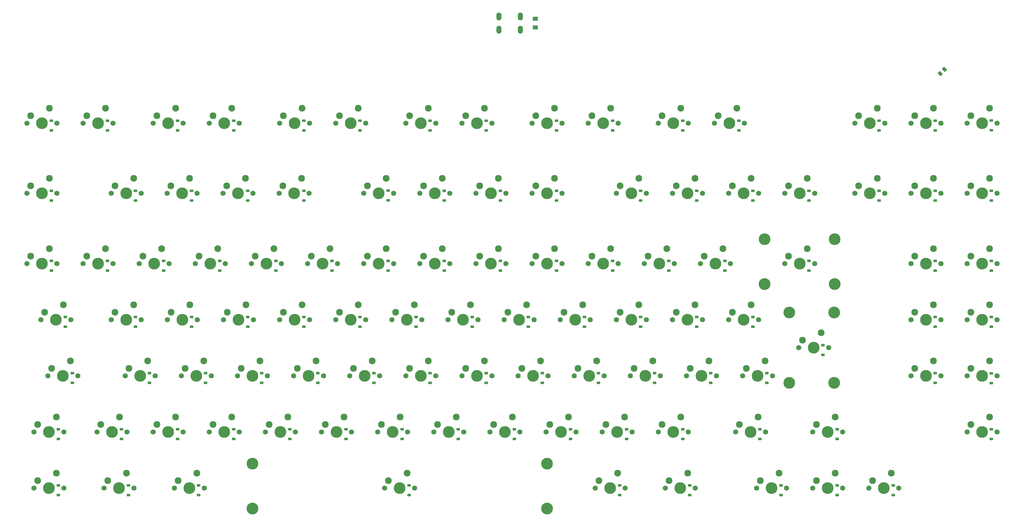
<source format=gbr>
%TF.GenerationSoftware,KiCad,Pcbnew,7.0.8*%
%TF.CreationDate,2023-10-19T20:38:54-05:00*%
%TF.ProjectId,VesselV2,56657373-656c-4563-922e-6b696361645f,rev?*%
%TF.SameCoordinates,Original*%
%TF.FileFunction,Soldermask,Bot*%
%TF.FilePolarity,Negative*%
%FSLAX46Y46*%
G04 Gerber Fmt 4.6, Leading zero omitted, Abs format (unit mm)*
G04 Created by KiCad (PCBNEW 7.0.8) date 2023-10-19 20:38:54*
%MOMM*%
%LPD*%
G01*
G04 APERTURE LIST*
G04 Aperture macros list*
%AMRoundRect*
0 Rectangle with rounded corners*
0 $1 Rounding radius*
0 $2 $3 $4 $5 $6 $7 $8 $9 X,Y pos of 4 corners*
0 Add a 4 corners polygon primitive as box body*
4,1,4,$2,$3,$4,$5,$6,$7,$8,$9,$2,$3,0*
0 Add four circle primitives for the rounded corners*
1,1,$1+$1,$2,$3*
1,1,$1+$1,$4,$5*
1,1,$1+$1,$6,$7*
1,1,$1+$1,$8,$9*
0 Add four rect primitives between the rounded corners*
20,1,$1+$1,$2,$3,$4,$5,0*
20,1,$1+$1,$4,$5,$6,$7,0*
20,1,$1+$1,$6,$7,$8,$9,0*
20,1,$1+$1,$8,$9,$2,$3,0*%
G04 Aperture macros list end*
%ADD10C,1.750000*%
%ADD11C,3.987800*%
%ADD12C,2.300000*%
%ADD13O,1.700000X2.700000*%
%ADD14C,4.000000*%
%ADD15RoundRect,0.225000X0.375000X-0.225000X0.375000X0.225000X-0.375000X0.225000X-0.375000X-0.225000X0*%
%ADD16RoundRect,0.250001X0.624999X-0.462499X0.624999X0.462499X-0.624999X0.462499X-0.624999X-0.462499X0*%
%ADD17RoundRect,0.250000X-0.097227X0.574524X-0.574524X0.097227X0.097227X-0.574524X0.574524X-0.097227X0*%
G04 APERTURE END LIST*
D10*
%TO.C,MX89*%
X294957500Y-190500000D03*
D11*
X300037500Y-190500000D03*
D10*
X305117500Y-190500000D03*
D12*
X296227500Y-187960000D03*
X302577500Y-185420000D03*
%TD*%
D10*
%TO.C,MX84*%
X199707500Y-190500000D03*
D11*
X204787500Y-190500000D03*
D10*
X209867500Y-190500000D03*
D12*
X200977500Y-187960000D03*
X207327500Y-185420000D03*
%TD*%
D10*
%TO.C,MX15*%
X418782500Y-85725000D03*
D11*
X423862500Y-85725000D03*
D10*
X428942500Y-85725000D03*
D12*
X420052500Y-83185000D03*
X426402500Y-80645000D03*
%TD*%
D10*
%TO.C,MX7*%
X228282500Y-85725000D03*
D11*
X233362500Y-85725000D03*
D10*
X238442500Y-85725000D03*
D12*
X229552500Y-83185000D03*
X235902500Y-80645000D03*
%TD*%
D13*
%TO.C,USB1*%
X267175000Y-49475000D03*
X259875000Y-49475000D03*
X267175000Y-53975000D03*
X259875000Y-53975000D03*
%TD*%
D10*
%TO.C,MX71*%
X247332500Y-171450000D03*
D11*
X252412500Y-171450000D03*
D10*
X257492500Y-171450000D03*
D12*
X248602500Y-168910000D03*
X254952500Y-166370000D03*
%TD*%
D10*
%TO.C,MX88*%
X275907500Y-190500000D03*
D11*
X280987500Y-190500000D03*
D10*
X286067500Y-190500000D03*
D12*
X277177500Y-187960000D03*
X283527500Y-185420000D03*
%TD*%
D14*
%TO.C,S2*%
X373697500Y-150018750D03*
D11*
X358457500Y-150018750D03*
D14*
X373697500Y-173831250D03*
D11*
X358457500Y-173831250D03*
%TD*%
D10*
%TO.C,MX61*%
X361632500Y-161925000D03*
D11*
X366712500Y-161925000D03*
D10*
X371792500Y-161925000D03*
D12*
X362902500Y-159385000D03*
X369252500Y-156845000D03*
%TD*%
D10*
%TO.C,MX31*%
X418782500Y-109537500D03*
D11*
X423862500Y-109537500D03*
D10*
X428942500Y-109537500D03*
D12*
X420052500Y-106997500D03*
X426402500Y-104457500D03*
%TD*%
D10*
%TO.C,MX58*%
X299720000Y-152400000D03*
D11*
X304800000Y-152400000D03*
D10*
X309880000Y-152400000D03*
D12*
X300990000Y-149860000D03*
X307340000Y-147320000D03*
%TD*%
D10*
%TO.C,MX62*%
X399732500Y-152400000D03*
D11*
X404812500Y-152400000D03*
D10*
X409892500Y-152400000D03*
D12*
X401002500Y-149860000D03*
X407352500Y-147320000D03*
%TD*%
D10*
%TO.C,MX92*%
X366395000Y-190500000D03*
D11*
X371475000Y-190500000D03*
D10*
X376555000Y-190500000D03*
D12*
X367665000Y-187960000D03*
X374015000Y-185420000D03*
%TD*%
D10*
%TO.C,MX73*%
X285432500Y-171450000D03*
D11*
X290512500Y-171450000D03*
D10*
X295592500Y-171450000D03*
D12*
X286702500Y-168910000D03*
X293052500Y-166370000D03*
%TD*%
D10*
%TO.C,MX67*%
X171132500Y-171450000D03*
D11*
X176212500Y-171450000D03*
D10*
X181292500Y-171450000D03*
D12*
X172402500Y-168910000D03*
X178752500Y-166370000D03*
%TD*%
D10*
%TO.C,MX66*%
X152082500Y-171450000D03*
D11*
X157162500Y-171450000D03*
D10*
X162242500Y-171450000D03*
D12*
X153352500Y-168910000D03*
X159702500Y-166370000D03*
%TD*%
D10*
%TO.C,MX6*%
X204470000Y-85725000D03*
D11*
X209550000Y-85725000D03*
D10*
X214630000Y-85725000D03*
D12*
X205740000Y-83185000D03*
X212090000Y-80645000D03*
%TD*%
D10*
%TO.C,MX26*%
X318770000Y-109537500D03*
D11*
X323850000Y-109537500D03*
D10*
X328930000Y-109537500D03*
D12*
X320040000Y-106997500D03*
X326390000Y-104457500D03*
%TD*%
D10*
%TO.C,MX17*%
X128270000Y-109537500D03*
D11*
X133350000Y-109537500D03*
D10*
X138430000Y-109537500D03*
D12*
X129540000Y-106997500D03*
X135890000Y-104457500D03*
%TD*%
D10*
%TO.C,MX42*%
X290195000Y-133350000D03*
D11*
X295275000Y-133350000D03*
D10*
X300355000Y-133350000D03*
D12*
X291465000Y-130810000D03*
X297815000Y-128270000D03*
%TD*%
D10*
%TO.C,MX77*%
X399732500Y-171450000D03*
D11*
X404812500Y-171450000D03*
D10*
X409892500Y-171450000D03*
D12*
X401002500Y-168910000D03*
X407352500Y-166370000D03*
%TD*%
D10*
%TO.C,MX10*%
X290195000Y-85725000D03*
D11*
X295275000Y-85725000D03*
D10*
X300355000Y-85725000D03*
D12*
X291465000Y-83185000D03*
X297815000Y-80645000D03*
%TD*%
D10*
%TO.C,MX95*%
X125888800Y-209550000D03*
D11*
X130968800Y-209550000D03*
D10*
X136048800Y-209550000D03*
D12*
X127158800Y-207010000D03*
X133508800Y-204470000D03*
%TD*%
D10*
%TO.C,MX75*%
X323532500Y-171450000D03*
D11*
X328612500Y-171450000D03*
D10*
X333692500Y-171450000D03*
D12*
X324802500Y-168910000D03*
X331152500Y-166370000D03*
%TD*%
D10*
%TO.C,MX101*%
X366395000Y-209550000D03*
D11*
X371475000Y-209550000D03*
D10*
X376555000Y-209550000D03*
D12*
X367665000Y-207010000D03*
X374015000Y-204470000D03*
%TD*%
D10*
%TO.C,MX20*%
X185270000Y-109537500D03*
D11*
X190350000Y-109537500D03*
D10*
X195430000Y-109537500D03*
D12*
X186540000Y-106997500D03*
X192890000Y-104457500D03*
%TD*%
D10*
%TO.C,MX87*%
X256857500Y-190500000D03*
D11*
X261937500Y-190500000D03*
D10*
X267017500Y-190500000D03*
D12*
X258127500Y-187960000D03*
X264477500Y-185420000D03*
%TD*%
D10*
%TO.C,MX24*%
X271145000Y-109537500D03*
D11*
X276225000Y-109537500D03*
D10*
X281305000Y-109537500D03*
D12*
X272415000Y-106997500D03*
X278765000Y-104457500D03*
%TD*%
D10*
%TO.C,MX94*%
X102076300Y-209550000D03*
D11*
X107156300Y-209550000D03*
D10*
X112236300Y-209550000D03*
D12*
X103346300Y-207010000D03*
X109696300Y-204470000D03*
%TD*%
D10*
%TO.C,MX51*%
X166370000Y-152400000D03*
D11*
X171450000Y-152400000D03*
D10*
X176530000Y-152400000D03*
D12*
X167640000Y-149860000D03*
X173990000Y-147320000D03*
%TD*%
D10*
%TO.C,MX80*%
X123507500Y-190500000D03*
D11*
X128587500Y-190500000D03*
D10*
X133667500Y-190500000D03*
D12*
X124777500Y-187960000D03*
X131127500Y-185420000D03*
%TD*%
D10*
%TO.C,MX39*%
X233045000Y-133350000D03*
D11*
X238125000Y-133350000D03*
D10*
X243205000Y-133350000D03*
D12*
X234315000Y-130810000D03*
X240665000Y-128270000D03*
%TD*%
D10*
%TO.C,MX100*%
X347345000Y-209550000D03*
D11*
X352425000Y-209550000D03*
D10*
X357505000Y-209550000D03*
D12*
X348615000Y-207010000D03*
X354965000Y-204470000D03*
%TD*%
D10*
%TO.C,MX49*%
X128270000Y-152400000D03*
D11*
X133350000Y-152400000D03*
D10*
X138430000Y-152400000D03*
D12*
X129540000Y-149860000D03*
X135890000Y-147320000D03*
%TD*%
D10*
%TO.C,MX34*%
X137795000Y-133350000D03*
D11*
X142875000Y-133350000D03*
D10*
X147955000Y-133350000D03*
D12*
X139065000Y-130810000D03*
X145415000Y-128270000D03*
%TD*%
D10*
%TO.C,MX102*%
X385445000Y-209550000D03*
D11*
X390525000Y-209550000D03*
D10*
X395605000Y-209550000D03*
D12*
X386715000Y-207010000D03*
X393065000Y-204470000D03*
%TD*%
D10*
%TO.C,MX65*%
X133032500Y-171450000D03*
D11*
X138112500Y-171450000D03*
D10*
X143192500Y-171450000D03*
D12*
X134302500Y-168910000D03*
X140652500Y-166370000D03*
%TD*%
D10*
%TO.C,MX18*%
X147270000Y-109537500D03*
D11*
X152350000Y-109537500D03*
D10*
X157430000Y-109537500D03*
D12*
X148540000Y-106997500D03*
X154890000Y-104457500D03*
%TD*%
D10*
%TO.C,MX16*%
X99695000Y-109537500D03*
D11*
X104775000Y-109537500D03*
D10*
X109855000Y-109537500D03*
D12*
X100965000Y-106997500D03*
X107315000Y-104457500D03*
%TD*%
D10*
%TO.C,MX74*%
X304482500Y-171450000D03*
D11*
X309562500Y-171450000D03*
D10*
X314642500Y-171450000D03*
D12*
X305752500Y-168910000D03*
X312102500Y-166370000D03*
%TD*%
D10*
%TO.C,MX91*%
X340201300Y-190500000D03*
D11*
X345281300Y-190500000D03*
D10*
X350361300Y-190500000D03*
D12*
X341471300Y-187960000D03*
X347821300Y-185420000D03*
%TD*%
D10*
%TO.C,MX46*%
X399732500Y-133350000D03*
D11*
X404812500Y-133350000D03*
D10*
X409892500Y-133350000D03*
D12*
X401002500Y-130810000D03*
X407352500Y-128270000D03*
%TD*%
D10*
%TO.C,MX21*%
X213995000Y-109537500D03*
D11*
X219075000Y-109537500D03*
D10*
X224155000Y-109537500D03*
D12*
X215265000Y-106997500D03*
X221615000Y-104457500D03*
%TD*%
D10*
%TO.C,MX11*%
X314007500Y-85725000D03*
D11*
X319087500Y-85725000D03*
D10*
X324167500Y-85725000D03*
D12*
X315277500Y-83185000D03*
X321627500Y-80645000D03*
%TD*%
D10*
%TO.C,MX72*%
X266382500Y-171450000D03*
D11*
X271462500Y-171450000D03*
D10*
X276542500Y-171450000D03*
D12*
X267652500Y-168910000D03*
X274002500Y-166370000D03*
%TD*%
D10*
%TO.C,MX19*%
X166270000Y-109537500D03*
D11*
X171350000Y-109537500D03*
D10*
X176430000Y-109537500D03*
D12*
X167540000Y-106997500D03*
X173890000Y-104457500D03*
%TD*%
D10*
%TO.C,MX25*%
X299720000Y-109537500D03*
D11*
X304800000Y-109537500D03*
D10*
X309880000Y-109537500D03*
D12*
X300990000Y-106997500D03*
X307340000Y-104457500D03*
%TD*%
D10*
%TO.C,MX64*%
X106838800Y-171450000D03*
D11*
X111918800Y-171450000D03*
D10*
X116998800Y-171450000D03*
D12*
X108108800Y-168910000D03*
X114458800Y-166370000D03*
%TD*%
D10*
%TO.C,MX44*%
X328295000Y-133350000D03*
D11*
X333375000Y-133350000D03*
D10*
X338455000Y-133350000D03*
D12*
X329565000Y-130810000D03*
X335915000Y-128270000D03*
%TD*%
D10*
%TO.C,MX35*%
X156845000Y-133350000D03*
D11*
X161925000Y-133350000D03*
D10*
X167005000Y-133350000D03*
D12*
X158115000Y-130810000D03*
X164465000Y-128270000D03*
%TD*%
D10*
%TO.C,MX5*%
X185420000Y-85725000D03*
D11*
X190500000Y-85725000D03*
D10*
X195580000Y-85725000D03*
D12*
X186690000Y-83185000D03*
X193040000Y-80645000D03*
%TD*%
D10*
%TO.C,MX48*%
X104457500Y-152400000D03*
D11*
X109537500Y-152400000D03*
D10*
X114617500Y-152400000D03*
D12*
X105727500Y-149860000D03*
X112077500Y-147320000D03*
%TD*%
D14*
%TO.C,S1*%
X373856250Y-140335000D03*
D11*
X373856250Y-125095000D03*
D14*
X350043750Y-140335000D03*
D11*
X350043750Y-125095000D03*
%TD*%
D10*
%TO.C,MX45*%
X356870000Y-133350000D03*
D11*
X361950000Y-133350000D03*
D10*
X367030000Y-133350000D03*
D12*
X358140000Y-130810000D03*
X364490000Y-128270000D03*
%TD*%
D10*
%TO.C,MX43*%
X309245000Y-133350000D03*
D11*
X314325000Y-133350000D03*
D10*
X319405000Y-133350000D03*
D12*
X310515000Y-130810000D03*
X316865000Y-128270000D03*
%TD*%
D10*
%TO.C,MX41*%
X271145000Y-133350000D03*
D11*
X276225000Y-133350000D03*
D10*
X281305000Y-133350000D03*
D12*
X272415000Y-130810000D03*
X278765000Y-128270000D03*
%TD*%
D10*
%TO.C,MX85*%
X218757500Y-190500000D03*
D11*
X223837500Y-190500000D03*
D10*
X228917500Y-190500000D03*
D12*
X220027500Y-187960000D03*
X226377500Y-185420000D03*
%TD*%
D10*
%TO.C,MX82*%
X161607500Y-190500000D03*
D11*
X166687500Y-190500000D03*
D10*
X171767500Y-190500000D03*
D12*
X162877500Y-187960000D03*
X169227500Y-185420000D03*
%TD*%
D10*
%TO.C,MX78*%
X418782500Y-171450000D03*
D11*
X423862500Y-171450000D03*
D10*
X428942500Y-171450000D03*
D12*
X420052500Y-168910000D03*
X426402500Y-166370000D03*
%TD*%
D10*
%TO.C,MX97*%
X221138800Y-209550000D03*
D11*
X226218800Y-209550000D03*
D10*
X231298800Y-209550000D03*
D12*
X222408800Y-207010000D03*
X228758800Y-204470000D03*
%TD*%
D10*
%TO.C,MX32*%
X99695000Y-133350000D03*
D11*
X104775000Y-133350000D03*
D10*
X109855000Y-133350000D03*
D12*
X100965000Y-130810000D03*
X107315000Y-128270000D03*
%TD*%
D10*
%TO.C,MX81*%
X142557500Y-190500000D03*
D11*
X147637500Y-190500000D03*
D10*
X152717500Y-190500000D03*
D12*
X143827500Y-187960000D03*
X150177500Y-185420000D03*
%TD*%
D10*
%TO.C,MX4*%
X161607500Y-85725000D03*
D11*
X166687500Y-85725000D03*
D10*
X171767500Y-85725000D03*
D12*
X162877500Y-83185000D03*
X169227500Y-80645000D03*
%TD*%
D10*
%TO.C,MX27*%
X337820000Y-109537500D03*
D11*
X342900000Y-109537500D03*
D10*
X347980000Y-109537500D03*
D12*
X339090000Y-106997500D03*
X345440000Y-104457500D03*
%TD*%
D10*
%TO.C,MX53*%
X204470000Y-152400000D03*
D11*
X209550000Y-152400000D03*
D10*
X214630000Y-152400000D03*
D12*
X205740000Y-149860000D03*
X212090000Y-147320000D03*
%TD*%
D10*
%TO.C,MX3*%
X142557500Y-85725000D03*
D11*
X147637500Y-85725000D03*
D10*
X152717500Y-85725000D03*
D12*
X143827500Y-83185000D03*
X150177500Y-80645000D03*
%TD*%
D10*
%TO.C,MX12*%
X333057500Y-85725000D03*
D11*
X338137500Y-85725000D03*
D10*
X343217500Y-85725000D03*
D12*
X334327500Y-83185000D03*
X340677500Y-80645000D03*
%TD*%
D10*
%TO.C,MX52*%
X185420000Y-152400000D03*
D11*
X190500000Y-152400000D03*
D10*
X195580000Y-152400000D03*
D12*
X186690000Y-149860000D03*
X193040000Y-147320000D03*
%TD*%
D10*
%TO.C,MX98*%
X292576300Y-209550000D03*
D11*
X297656300Y-209550000D03*
D10*
X302736300Y-209550000D03*
D12*
X293846300Y-207010000D03*
X300196300Y-204470000D03*
%TD*%
D10*
%TO.C,MX83*%
X180657500Y-190500000D03*
D11*
X185737500Y-190500000D03*
D10*
X190817500Y-190500000D03*
D12*
X181927500Y-187960000D03*
X188277500Y-185420000D03*
%TD*%
D10*
%TO.C,MX47*%
X418782500Y-133350000D03*
D11*
X423862500Y-133350000D03*
D10*
X428942500Y-133350000D03*
D12*
X420052500Y-130810000D03*
X426402500Y-128270000D03*
%TD*%
D10*
%TO.C,MX38*%
X213995000Y-133350000D03*
D11*
X219075000Y-133350000D03*
D10*
X224155000Y-133350000D03*
D12*
X215265000Y-130810000D03*
X221615000Y-128270000D03*
%TD*%
D10*
%TO.C,MX37*%
X194945000Y-133350000D03*
D11*
X200025000Y-133350000D03*
D10*
X205105000Y-133350000D03*
D12*
X196215000Y-130810000D03*
X202565000Y-128270000D03*
%TD*%
D10*
%TO.C,MX22*%
X233045000Y-109537500D03*
D11*
X238125000Y-109537500D03*
D10*
X243205000Y-109537500D03*
D12*
X234315000Y-106997500D03*
X240665000Y-104457500D03*
%TD*%
D10*
%TO.C,MX14*%
X399732500Y-85725000D03*
D11*
X404812500Y-85725000D03*
D10*
X409892500Y-85725000D03*
D12*
X401002500Y-83185000D03*
X407352500Y-80645000D03*
%TD*%
D10*
%TO.C,MX1*%
X99695000Y-85725000D03*
D11*
X104775000Y-85725000D03*
D10*
X109855000Y-85725000D03*
D12*
X100965000Y-83185000D03*
X107315000Y-80645000D03*
%TD*%
D10*
%TO.C,MX13*%
X380682500Y-85725000D03*
D11*
X385762500Y-85725000D03*
D10*
X390842500Y-85725000D03*
D12*
X381952500Y-83185000D03*
X388302500Y-80645000D03*
%TD*%
D10*
%TO.C,MX55*%
X242570000Y-152400000D03*
D11*
X247650000Y-152400000D03*
D10*
X252730000Y-152400000D03*
D12*
X243840000Y-149860000D03*
X250190000Y-147320000D03*
%TD*%
D10*
%TO.C,MX63*%
X418782500Y-152400000D03*
D11*
X423862500Y-152400000D03*
D10*
X428942500Y-152400000D03*
D12*
X420052500Y-149860000D03*
X426402500Y-147320000D03*
%TD*%
D10*
%TO.C,MX93*%
X418782500Y-190500000D03*
D11*
X423862500Y-190500000D03*
D10*
X428942500Y-190500000D03*
D12*
X420052500Y-187960000D03*
X426402500Y-185420000D03*
%TD*%
D10*
%TO.C,MX9*%
X271145000Y-85725000D03*
D11*
X276225000Y-85725000D03*
D10*
X281305000Y-85725000D03*
D12*
X272415000Y-83185000D03*
X278765000Y-80645000D03*
%TD*%
D10*
%TO.C,MX33*%
X118745000Y-133350000D03*
D11*
X123825000Y-133350000D03*
D10*
X128905000Y-133350000D03*
D12*
X120015000Y-130810000D03*
X126365000Y-128270000D03*
%TD*%
D10*
%TO.C,MX57*%
X280670000Y-152400000D03*
D11*
X285750000Y-152400000D03*
D10*
X290830000Y-152400000D03*
D12*
X281940000Y-149860000D03*
X288290000Y-147320000D03*
%TD*%
D10*
%TO.C,MX2*%
X118745000Y-85725000D03*
D11*
X123825000Y-85725000D03*
D10*
X128905000Y-85725000D03*
D12*
X120015000Y-83185000D03*
X126365000Y-80645000D03*
%TD*%
D10*
%TO.C,MX28*%
X356870000Y-109537500D03*
D11*
X361950000Y-109537500D03*
D10*
X367030000Y-109537500D03*
D12*
X358140000Y-106997500D03*
X364490000Y-104457500D03*
%TD*%
D10*
%TO.C,MX70*%
X228282500Y-171450000D03*
D11*
X233362500Y-171450000D03*
D10*
X238442500Y-171450000D03*
D12*
X229552500Y-168910000D03*
X235902500Y-166370000D03*
%TD*%
D10*
%TO.C,MX40*%
X252095000Y-133350000D03*
D11*
X257175000Y-133350000D03*
D10*
X262255000Y-133350000D03*
D12*
X253365000Y-130810000D03*
X259715000Y-128270000D03*
%TD*%
D10*
%TO.C,MX23*%
X252095000Y-109537500D03*
D11*
X257175000Y-109537500D03*
D10*
X262255000Y-109537500D03*
D12*
X253365000Y-106997500D03*
X259715000Y-104457500D03*
%TD*%
D10*
%TO.C,MX56*%
X261620000Y-152400000D03*
D11*
X266700000Y-152400000D03*
D10*
X271780000Y-152400000D03*
D12*
X262890000Y-149860000D03*
X269240000Y-147320000D03*
%TD*%
D10*
%TO.C,MX30*%
X399732500Y-109537500D03*
D11*
X404812500Y-109537500D03*
D10*
X409892500Y-109537500D03*
D12*
X401002500Y-106997500D03*
X407352500Y-104457500D03*
%TD*%
D10*
%TO.C,MX69*%
X209232500Y-171450000D03*
D11*
X214312500Y-171450000D03*
D10*
X219392500Y-171450000D03*
D12*
X210502500Y-168910000D03*
X216852500Y-166370000D03*
%TD*%
D10*
%TO.C,MX50*%
X147320000Y-152400000D03*
D11*
X152400000Y-152400000D03*
D10*
X157480000Y-152400000D03*
D12*
X148590000Y-149860000D03*
X154940000Y-147320000D03*
%TD*%
D10*
%TO.C,MX59*%
X318770000Y-152400000D03*
D11*
X323850000Y-152400000D03*
D10*
X328930000Y-152400000D03*
D12*
X320040000Y-149860000D03*
X326390000Y-147320000D03*
%TD*%
D10*
%TO.C,MX96*%
X149701300Y-209550000D03*
D11*
X154781300Y-209550000D03*
D10*
X159861300Y-209550000D03*
D12*
X150971300Y-207010000D03*
X157321300Y-204470000D03*
%TD*%
D10*
%TO.C,MX76*%
X342582500Y-171450000D03*
D11*
X347662500Y-171450000D03*
D10*
X352742500Y-171450000D03*
D12*
X343852500Y-168910000D03*
X350202500Y-166370000D03*
%TD*%
D14*
%TO.C,S3*%
X276225050Y-216535000D03*
D11*
X276225050Y-201295000D03*
D14*
X176212550Y-216535000D03*
D11*
X176212550Y-201295000D03*
%TD*%
D10*
%TO.C,MX36*%
X175895000Y-133350000D03*
D11*
X180975000Y-133350000D03*
D10*
X186055000Y-133350000D03*
D12*
X177165000Y-130810000D03*
X183515000Y-128270000D03*
%TD*%
D10*
%TO.C,MX60*%
X337820000Y-152400000D03*
D11*
X342900000Y-152400000D03*
D10*
X347980000Y-152400000D03*
D12*
X339090000Y-149860000D03*
X345440000Y-147320000D03*
%TD*%
D10*
%TO.C,MX86*%
X237807500Y-190500000D03*
D11*
X242887500Y-190500000D03*
D10*
X247967500Y-190500000D03*
D12*
X239077500Y-187960000D03*
X245427500Y-185420000D03*
%TD*%
D10*
%TO.C,MX99*%
X316388800Y-209550000D03*
D11*
X321468800Y-209550000D03*
D10*
X326548800Y-209550000D03*
D12*
X317658800Y-207010000D03*
X324008800Y-204470000D03*
%TD*%
D10*
%TO.C,MX54*%
X223520000Y-152400000D03*
D11*
X228600000Y-152400000D03*
D10*
X233680000Y-152400000D03*
D12*
X224790000Y-149860000D03*
X231140000Y-147320000D03*
%TD*%
D10*
%TO.C,MX8*%
X247332500Y-85725000D03*
D11*
X252412500Y-85725000D03*
D10*
X257492500Y-85725000D03*
D12*
X248602500Y-83185000D03*
X254952500Y-80645000D03*
%TD*%
D10*
%TO.C,MX29*%
X380682500Y-109537500D03*
D11*
X385762500Y-109537500D03*
D10*
X390842500Y-109537500D03*
D12*
X381952500Y-106997500D03*
X388302500Y-104457500D03*
%TD*%
D10*
%TO.C,MX79*%
X102076300Y-190500000D03*
D11*
X107156300Y-190500000D03*
D10*
X112236300Y-190500000D03*
D12*
X103346300Y-187960000D03*
X109696300Y-185420000D03*
%TD*%
D10*
%TO.C,MX90*%
X314007500Y-190500000D03*
D11*
X319087500Y-190500000D03*
D10*
X324167500Y-190500000D03*
D12*
X315277500Y-187960000D03*
X321627500Y-185420000D03*
%TD*%
D10*
%TO.C,MX68*%
X190182500Y-171450000D03*
D11*
X195262500Y-171450000D03*
D10*
X200342500Y-171450000D03*
D12*
X191452500Y-168910000D03*
X197802500Y-166370000D03*
%TD*%
D15*
%TO.C,D43*%
X317500000Y-135793700D03*
X317500000Y-132493700D03*
%TD*%
%TO.C,D32*%
X107950000Y-135793700D03*
X107950000Y-132493700D03*
%TD*%
%TO.C,D65*%
X141287500Y-173831200D03*
X141287500Y-170531200D03*
%TD*%
%TO.C,D51*%
X174625000Y-154843700D03*
X174625000Y-151543700D03*
%TD*%
%TO.C,D98*%
X300831300Y-211993700D03*
X300831300Y-208693700D03*
%TD*%
%TO.C,D96*%
X157956300Y-211993700D03*
X157956300Y-208693700D03*
%TD*%
%TO.C,D3*%
X150812500Y-88168700D03*
X150812500Y-84868700D03*
%TD*%
%TO.C,D80*%
X131762500Y-192943700D03*
X131762500Y-189643700D03*
%TD*%
%TO.C,D55*%
X250825000Y-154843700D03*
X250825000Y-151543700D03*
%TD*%
%TO.C,D10*%
X298450000Y-88168700D03*
X298450000Y-84868700D03*
%TD*%
%TO.C,D13*%
X388937500Y-88168700D03*
X388937500Y-84868700D03*
%TD*%
%TO.C,D18*%
X155575000Y-111981200D03*
X155575000Y-108681200D03*
%TD*%
%TO.C,D50*%
X155575000Y-154843700D03*
X155575000Y-151543700D03*
%TD*%
%TO.C,D85*%
X227012500Y-192943700D03*
X227012500Y-189643700D03*
%TD*%
%TO.C,D54*%
X231775000Y-154843700D03*
X231775000Y-151543700D03*
%TD*%
%TO.C,D45*%
X365125000Y-135793700D03*
X365125000Y-132493700D03*
%TD*%
%TO.C,D40*%
X260350000Y-135793700D03*
X260350000Y-132493700D03*
%TD*%
%TO.C,D83*%
X188912500Y-192943700D03*
X188912500Y-189643700D03*
%TD*%
%TO.C,D6*%
X212725000Y-88168700D03*
X212725000Y-84868700D03*
%TD*%
%TO.C,D35*%
X165100000Y-135793700D03*
X165100000Y-132493700D03*
%TD*%
%TO.C,D64*%
X115093800Y-173893700D03*
X115093800Y-170593700D03*
%TD*%
%TO.C,D1*%
X107950000Y-88168700D03*
X107950000Y-84868700D03*
%TD*%
%TO.C,D21*%
X222250000Y-111918700D03*
X222250000Y-108618700D03*
%TD*%
%TO.C,D101*%
X374650000Y-211993700D03*
X374650000Y-208693700D03*
%TD*%
%TO.C,D28*%
X365125000Y-111981200D03*
X365125000Y-108681200D03*
%TD*%
%TO.C,D76*%
X350837500Y-173893700D03*
X350837500Y-170593700D03*
%TD*%
%TO.C,D39*%
X241300000Y-135793700D03*
X241300000Y-132493700D03*
%TD*%
%TO.C,D19*%
X174625000Y-111981200D03*
X174625000Y-108681200D03*
%TD*%
%TO.C,D20*%
X193675000Y-111981200D03*
X193675000Y-108681200D03*
%TD*%
%TO.C,D78*%
X427037500Y-173956200D03*
X427037500Y-170656200D03*
%TD*%
%TO.C,D89*%
X303212500Y-192943700D03*
X303212500Y-189643700D03*
%TD*%
%TO.C,D72*%
X274637500Y-173893700D03*
X274637500Y-170593700D03*
%TD*%
D16*
%TO.C,F1*%
X272256300Y-53243700D03*
X272256300Y-50268700D03*
%TD*%
D15*
%TO.C,D26*%
X327025000Y-111981200D03*
X327025000Y-108681200D03*
%TD*%
%TO.C,D53*%
X212725000Y-154781200D03*
X212725000Y-151481200D03*
%TD*%
%TO.C,D70*%
X236537500Y-173831200D03*
X236537500Y-170531200D03*
%TD*%
%TO.C,D47*%
X427037500Y-135793700D03*
X427037500Y-132493700D03*
%TD*%
%TO.C,D63*%
X427037500Y-154843700D03*
X427037500Y-151543700D03*
%TD*%
%TO.C,D49*%
X136525000Y-154843700D03*
X136525000Y-151543700D03*
%TD*%
%TO.C,D2*%
X127000000Y-88168700D03*
X127000000Y-84868700D03*
%TD*%
%TO.C,D15*%
X427037500Y-88106200D03*
X427037500Y-84806200D03*
%TD*%
%TO.C,D36*%
X184150000Y-135793700D03*
X184150000Y-132493700D03*
%TD*%
D17*
%TO.C,C2*%
X411100723Y-67406977D03*
X409633477Y-68874223D03*
%TD*%
D15*
%TO.C,D38*%
X222250000Y-135793700D03*
X222250000Y-132493700D03*
%TD*%
%TO.C,D71*%
X255587500Y-173893700D03*
X255587500Y-170593700D03*
%TD*%
%TO.C,D46*%
X407987500Y-135793700D03*
X407987500Y-132493700D03*
%TD*%
%TO.C,D31*%
X427037500Y-111981200D03*
X427037500Y-108681200D03*
%TD*%
%TO.C,D86*%
X246062500Y-192943700D03*
X246062500Y-189643700D03*
%TD*%
%TO.C,D37*%
X203200000Y-135793700D03*
X203200000Y-132493700D03*
%TD*%
%TO.C,D34*%
X146050000Y-135793700D03*
X146050000Y-132493700D03*
%TD*%
%TO.C,D52*%
X193675000Y-154843700D03*
X193675000Y-151543700D03*
%TD*%
%TO.C,D24*%
X279400000Y-111981200D03*
X279400000Y-108681200D03*
%TD*%
%TO.C,D57*%
X288925000Y-154843700D03*
X288925000Y-151543700D03*
%TD*%
%TO.C,D100*%
X355600000Y-211993700D03*
X355600000Y-208693700D03*
%TD*%
%TO.C,D4*%
X169862500Y-88168700D03*
X169862500Y-84868700D03*
%TD*%
%TO.C,D77*%
X407987500Y-173893700D03*
X407987500Y-170593700D03*
%TD*%
%TO.C,D41*%
X279400000Y-135793700D03*
X279400000Y-132493700D03*
%TD*%
%TO.C,D61*%
X369887500Y-164368700D03*
X369887500Y-161068700D03*
%TD*%
%TO.C,D69*%
X217487500Y-173893700D03*
X217487500Y-170593700D03*
%TD*%
%TO.C,D102*%
X393700000Y-211993700D03*
X393700000Y-208693700D03*
%TD*%
%TO.C,D68*%
X198437500Y-173893700D03*
X198437500Y-170593700D03*
%TD*%
%TO.C,D99*%
X324643800Y-211993700D03*
X324643800Y-208693700D03*
%TD*%
%TO.C,D66*%
X160337500Y-173893700D03*
X160337500Y-170593700D03*
%TD*%
%TO.C,D27*%
X346075000Y-111981200D03*
X346075000Y-108681200D03*
%TD*%
%TO.C,D75*%
X331787500Y-173893700D03*
X331787500Y-170593700D03*
%TD*%
%TO.C,D97*%
X229393800Y-211993700D03*
X229393800Y-208693700D03*
%TD*%
%TO.C,D95*%
X134143800Y-211993700D03*
X134143800Y-208693700D03*
%TD*%
%TO.C,D8*%
X255587500Y-88168700D03*
X255587500Y-84868700D03*
%TD*%
%TO.C,D17*%
X136525000Y-111981200D03*
X136525000Y-108681200D03*
%TD*%
%TO.C,D23*%
X260350000Y-111981200D03*
X260350000Y-108681200D03*
%TD*%
%TO.C,D33*%
X127000000Y-135793700D03*
X127000000Y-132493700D03*
%TD*%
%TO.C,D90*%
X322262500Y-192943700D03*
X322262500Y-189643700D03*
%TD*%
%TO.C,D25*%
X307975000Y-111981200D03*
X307975000Y-108681200D03*
%TD*%
%TO.C,D87*%
X265112500Y-192943700D03*
X265112500Y-189643700D03*
%TD*%
%TO.C,D42*%
X298450000Y-135793700D03*
X298450000Y-132493700D03*
%TD*%
%TO.C,D16*%
X107950000Y-111981200D03*
X107950000Y-108681200D03*
%TD*%
%TO.C,D29*%
X388937500Y-111981200D03*
X388937500Y-108681200D03*
%TD*%
%TO.C,D88*%
X284162500Y-192943700D03*
X284162500Y-189643700D03*
%TD*%
%TO.C,D11*%
X322262500Y-88168700D03*
X322262500Y-84868700D03*
%TD*%
%TO.C,D48*%
X112712500Y-154843700D03*
X112712500Y-151543700D03*
%TD*%
%TO.C,D56*%
X269875000Y-154843700D03*
X269875000Y-151543700D03*
%TD*%
%TO.C,D60*%
X346075000Y-154843700D03*
X346075000Y-151543700D03*
%TD*%
%TO.C,D81*%
X150812500Y-192943700D03*
X150812500Y-189643700D03*
%TD*%
%TO.C,D73*%
X293687500Y-173893700D03*
X293687500Y-170593700D03*
%TD*%
%TO.C,D91*%
X348456300Y-192943700D03*
X348456300Y-189643700D03*
%TD*%
%TO.C,D30*%
X407987500Y-111981200D03*
X407987500Y-108681200D03*
%TD*%
%TO.C,D22*%
X241300000Y-111981200D03*
X241300000Y-108681200D03*
%TD*%
%TO.C,D7*%
X236537500Y-88168700D03*
X236537500Y-84868700D03*
%TD*%
%TO.C,D74*%
X312737500Y-173893700D03*
X312737500Y-170593700D03*
%TD*%
%TO.C,D5*%
X193675000Y-88168700D03*
X193675000Y-84868700D03*
%TD*%
%TO.C,D79*%
X110331300Y-192943700D03*
X110331300Y-189643700D03*
%TD*%
%TO.C,D62*%
X407987500Y-154843700D03*
X407987500Y-151543700D03*
%TD*%
%TO.C,D84*%
X207962500Y-192943700D03*
X207962500Y-189643700D03*
%TD*%
%TO.C,D9*%
X279400000Y-88168700D03*
X279400000Y-84868700D03*
%TD*%
%TO.C,D44*%
X336550000Y-135793700D03*
X336550000Y-132493700D03*
%TD*%
%TO.C,D92*%
X374650000Y-192943700D03*
X374650000Y-189643700D03*
%TD*%
%TO.C,D12*%
X341312500Y-88168700D03*
X341312500Y-84868700D03*
%TD*%
%TO.C,D58*%
X307975000Y-154843700D03*
X307975000Y-151543700D03*
%TD*%
%TO.C,D67*%
X179387500Y-173893700D03*
X179387500Y-170593700D03*
%TD*%
%TO.C,D93*%
X427037500Y-192943700D03*
X427037500Y-189643700D03*
%TD*%
%TO.C,D94*%
X110331300Y-211993700D03*
X110331300Y-208693700D03*
%TD*%
%TO.C,D14*%
X407987500Y-88168700D03*
X407987500Y-84868700D03*
%TD*%
%TO.C,D82*%
X169862500Y-192943700D03*
X169862500Y-189643700D03*
%TD*%
%TO.C,D59*%
X327025000Y-154843700D03*
X327025000Y-151543700D03*
%TD*%
M02*

</source>
